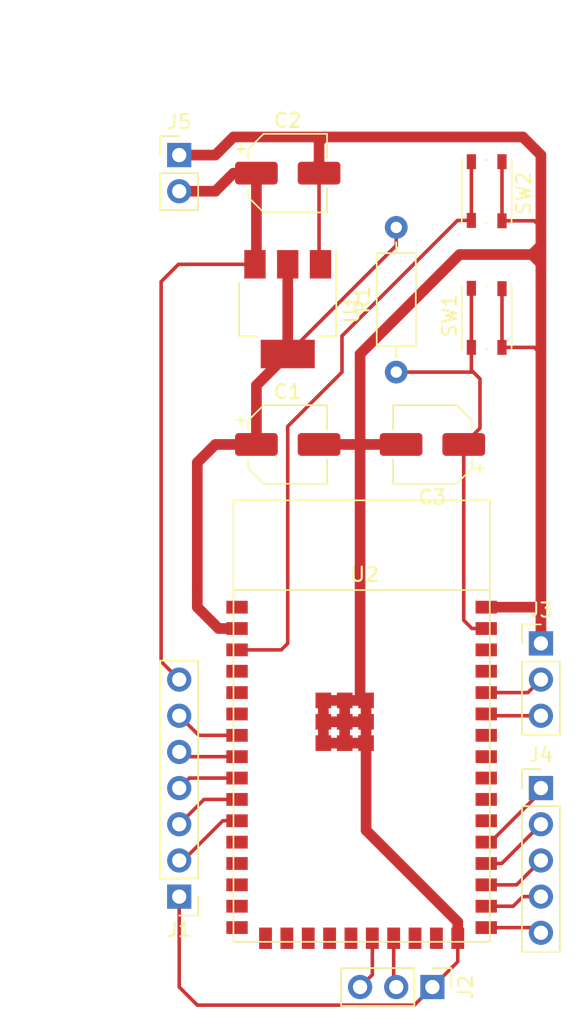
<source format=kicad_pcb>
(kicad_pcb (version 20171130) (host pcbnew "(5.1.12)-1")

  (general
    (thickness 1.6)
    (drawings 6)
    (tracks 130)
    (zones 0)
    (modules 13)
    (nets 43)
  )

  (page A4)
  (layers
    (0 F.Cu signal)
    (31 B.Cu signal)
    (32 B.Adhes user)
    (33 F.Adhes user)
    (34 B.Paste user)
    (35 F.Paste user)
    (36 B.SilkS user)
    (37 F.SilkS user)
    (38 B.Mask user)
    (39 F.Mask user)
    (40 Dwgs.User user)
    (41 Cmts.User user)
    (42 Eco1.User user)
    (43 Eco2.User user)
    (44 Edge.Cuts user)
    (45 Margin user)
    (46 B.CrtYd user)
    (47 F.CrtYd user)
    (48 B.Fab user)
    (49 F.Fab user)
  )

  (setup
    (last_trace_width 0.25)
    (trace_clearance 0.2)
    (zone_clearance 0.508)
    (zone_45_only no)
    (trace_min 0.2)
    (via_size 0.8)
    (via_drill 0.4)
    (via_min_size 0.4)
    (via_min_drill 0.3)
    (uvia_size 0.3)
    (uvia_drill 0.1)
    (uvias_allowed no)
    (uvia_min_size 0.2)
    (uvia_min_drill 0.1)
    (edge_width 0.05)
    (segment_width 0.2)
    (pcb_text_width 0.3)
    (pcb_text_size 1.5 1.5)
    (mod_edge_width 0.12)
    (mod_text_size 1 1)
    (mod_text_width 0.15)
    (pad_size 1.524 1.524)
    (pad_drill 0.762)
    (pad_to_mask_clearance 0)
    (aux_axis_origin 0 0)
    (visible_elements 7FFFFFFF)
    (pcbplotparams
      (layerselection 0x010fc_ffffffff)
      (usegerberextensions false)
      (usegerberattributes true)
      (usegerberadvancedattributes true)
      (creategerberjobfile true)
      (excludeedgelayer true)
      (linewidth 0.100000)
      (plotframeref false)
      (viasonmask false)
      (mode 1)
      (useauxorigin false)
      (hpglpennumber 1)
      (hpglpenspeed 20)
      (hpglpendiameter 15.000000)
      (psnegative false)
      (psa4output false)
      (plotreference true)
      (plotvalue true)
      (plotinvisibletext false)
      (padsonsilk false)
      (subtractmaskfromsilk false)
      (outputformat 1)
      (mirror false)
      (drillshape 1)
      (scaleselection 1)
      (outputdirectory ""))
  )

  (net 0 "")
  (net 1 GND)
  (net 2 +5V)
  (net 3 "Net-(U2-Pad1)")
  (net 4 "Net-(U2-Pad4)")
  (net 5 "Net-(U2-Pad6)")
  (net 6 "Net-(U2-Pad5)")
  (net 7 "Net-(U2-Pad12)")
  (net 8 "Net-(U2-Pad14)")
  (net 9 "Net-(U2-Pad13)")
  (net 10 "Net-(U2-Pad16)")
  (net 11 "Net-(U2-Pad15)")
  (net 12 "Net-(U2-Pad17)")
  (net 13 "Net-(U2-Pad18)")
  (net 14 "Net-(U2-Pad20)")
  (net 15 "Net-(U2-Pad19)")
  (net 16 "Net-(U2-Pad21)")
  (net 17 "Net-(U2-Pad24)")
  (net 18 "Net-(U2-Pad25)")
  (net 19 "Net-(U2-Pad40)")
  (net 20 "Net-(U2-Pad39)")
  (net 21 "Net-(U2-Pad35)")
  (net 22 "Net-(U2-Pad33)")
  (net 23 "Net-(U2-Pad36)")
  (net 24 "Net-(U2-Pad32)")
  (net 25 "Net-(U2-Pad34)")
  (net 26 +3V3)
  (net 27 "Net-(C3-Pad1)")
  (net 28 "Net-(SW2-Pad2)")
  (net 29 "Net-(J1-Pad6)")
  (net 30 "Net-(J1-Pad5)")
  (net 31 "Net-(J1-Pad4)")
  (net 32 "Net-(J1-Pad3)")
  (net 33 "Net-(J1-Pad2)")
  (net 34 "Net-(J2-Pad3)")
  (net 35 "Net-(J2-Pad2)")
  (net 36 "Net-(J3-Pad3)")
  (net 37 "Net-(J3-Pad2)")
  (net 38 "Net-(J4-Pad4)")
  (net 39 "Net-(J4-Pad3)")
  (net 40 "Net-(J4-Pad2)")
  (net 41 "Net-(J4-Pad1)")
  (net 42 "Net-(J4-Pad5)")

  (net_class Default "This is the default net class."
    (clearance 0.2)
    (trace_width 0.25)
    (via_dia 0.8)
    (via_drill 0.4)
    (uvia_dia 0.3)
    (uvia_drill 0.1)
    (add_net +3V3)
    (add_net +5V)
    (add_net GND)
    (add_net "Net-(C3-Pad1)")
    (add_net "Net-(J1-Pad2)")
    (add_net "Net-(J1-Pad3)")
    (add_net "Net-(J1-Pad4)")
    (add_net "Net-(J1-Pad5)")
    (add_net "Net-(J1-Pad6)")
    (add_net "Net-(J2-Pad2)")
    (add_net "Net-(J2-Pad3)")
    (add_net "Net-(J3-Pad2)")
    (add_net "Net-(J3-Pad3)")
    (add_net "Net-(J4-Pad1)")
    (add_net "Net-(J4-Pad2)")
    (add_net "Net-(J4-Pad3)")
    (add_net "Net-(J4-Pad4)")
    (add_net "Net-(J4-Pad5)")
    (add_net "Net-(SW2-Pad2)")
    (add_net "Net-(U2-Pad1)")
    (add_net "Net-(U2-Pad12)")
    (add_net "Net-(U2-Pad13)")
    (add_net "Net-(U2-Pad14)")
    (add_net "Net-(U2-Pad15)")
    (add_net "Net-(U2-Pad16)")
    (add_net "Net-(U2-Pad17)")
    (add_net "Net-(U2-Pad18)")
    (add_net "Net-(U2-Pad19)")
    (add_net "Net-(U2-Pad20)")
    (add_net "Net-(U2-Pad21)")
    (add_net "Net-(U2-Pad24)")
    (add_net "Net-(U2-Pad25)")
    (add_net "Net-(U2-Pad32)")
    (add_net "Net-(U2-Pad33)")
    (add_net "Net-(U2-Pad34)")
    (add_net "Net-(U2-Pad35)")
    (add_net "Net-(U2-Pad36)")
    (add_net "Net-(U2-Pad39)")
    (add_net "Net-(U2-Pad4)")
    (add_net "Net-(U2-Pad40)")
    (add_net "Net-(U2-Pad5)")
    (add_net "Net-(U2-Pad6)")
  )

  (module Button_Switch_SMD:SW_Push_1P1T_NO_Vertical_Wuerth_434133025816 (layer F.Cu) (tedit 5DB98283) (tstamp 61C7581A)
    (at 121.92 80.01 270)
    (descr https://katalog.we-online.com/em/datasheet/434133025816.pdf)
    (tags "tactile switch Wurth Wuerth")
    (path /61C7E709)
    (attr smd)
    (fp_text reference SW2 (at 0.15 -2.6 90) (layer F.SilkS)
      (effects (font (size 1 1) (thickness 0.15)))
    )
    (fp_text value Boot (at 0 2.55 90) (layer F.Fab)
      (effects (font (size 1 1) (thickness 0.15)))
    )
    (fp_arc (start 0.1 0) (end 0.799999 1.099999) (angle -115.0576154) (layer F.Fab) (width 0.1))
    (fp_arc (start -0.100001 0) (end -0.9 -1.099999) (angle -107.9452532) (layer F.Fab) (width 0.1))
    (fp_text user %R (at 0.05 0 90) (layer F.Fab)
      (effects (font (size 1 1) (thickness 0.15)))
    )
    (fp_line (start -2.1 -1.6) (end 2.1 -1.6) (layer F.Fab) (width 0.1))
    (fp_line (start 2.1 -1.6) (end 2.1 1.6) (layer F.Fab) (width 0.1))
    (fp_line (start 2.1 1.6) (end -2.1 1.6) (layer F.Fab) (width 0.1))
    (fp_line (start -2.1 1.6) (end -2.1 -1.6) (layer F.Fab) (width 0.1))
    (fp_line (start 2.2 0.05) (end 2.2 -0.05) (layer F.SilkS) (width 0.12))
    (fp_line (start -2.85 -1.85) (end 2.85 -1.85) (layer F.CrtYd) (width 0.05))
    (fp_line (start 2.85 -1.85) (end 2.85 1.85) (layer F.CrtYd) (width 0.05))
    (fp_line (start 2.85 1.85) (end -2.85 1.85) (layer F.CrtYd) (width 0.05))
    (fp_line (start -2.85 1.85) (end -2.85 -1.85) (layer F.CrtYd) (width 0.05))
    (fp_line (start -2.2 1.75) (end 2.2 1.75) (layer F.SilkS) (width 0.12))
    (fp_line (start 2.2 -1.75) (end -2.2 -1.75) (layer F.SilkS) (width 0.12))
    (fp_line (start -2.2 0.05) (end -2.2 -0.05) (layer F.SilkS) (width 0.12))
    (fp_line (start -0.9 -1.1) (end 0.8 -1.1) (layer F.Fab) (width 0.1))
    (fp_line (start 0.8 1.1) (end -0.9 1.1) (layer F.Fab) (width 0.1))
    (fp_line (start -2.1 -1.1) (end -1.6 -1.6) (layer F.Fab) (width 0.1))
    (fp_line (start 1.6 -1.6) (end 2.1 -1.1) (layer F.Fab) (width 0.1))
    (fp_line (start -2.1 1.1) (end -1.6 1.6) (layer F.Fab) (width 0.1))
    (fp_line (start 1.6 1.6) (end 2.1 1.1) (layer F.Fab) (width 0.1))
    (pad 2 smd rect (at 2.05 1.075 270) (size 1.05 0.65) (layers F.Cu F.Paste F.Mask)
      (net 28 "Net-(SW2-Pad2)"))
    (pad 1 smd rect (at 2.075 -1.075 270) (size 1.05 0.65) (layers F.Cu F.Paste F.Mask)
      (net 1 GND))
    (pad 2 smd rect (at -2.075 1.075 270) (size 1.05 0.65) (layers F.Cu F.Paste F.Mask)
      (net 28 "Net-(SW2-Pad2)"))
    (pad 1 smd rect (at -2.075 -1.075 270) (size 1.05 0.65) (layers F.Cu F.Paste F.Mask)
      (net 1 GND))
    (model ${KISYS3DMOD}/Button_Switch_SMD.3dshapes/SW_Push_1P1T_NO_Vertical_Wuerth_434133025816.wrl
      (at (xyz 0 0 0))
      (scale (xyz 1 1 1))
      (rotate (xyz 0 0 0))
    )
  )

  (module Button_Switch_SMD:SW_Push_1P1T_NO_Vertical_Wuerth_434133025816 (layer F.Cu) (tedit 5DB98283) (tstamp 61C757FD)
    (at 121.92 88.9 90)
    (descr https://katalog.we-online.com/em/datasheet/434133025816.pdf)
    (tags "tactile switch Wurth Wuerth")
    (path /61C6D49C)
    (attr smd)
    (fp_text reference SW1 (at 0.15 -2.6 90) (layer F.SilkS)
      (effects (font (size 1 1) (thickness 0.15)))
    )
    (fp_text value Reset (at 0 2.55 90) (layer F.Fab)
      (effects (font (size 1 1) (thickness 0.15)))
    )
    (fp_arc (start 0.1 0) (end 0.799999 1.099999) (angle -115.0576154) (layer F.Fab) (width 0.1))
    (fp_arc (start -0.100001 0) (end -0.9 -1.099999) (angle -107.9452532) (layer F.Fab) (width 0.1))
    (fp_text user %R (at 0.05 0 90) (layer F.Fab)
      (effects (font (size 1 1) (thickness 0.15)))
    )
    (fp_line (start -2.1 -1.6) (end 2.1 -1.6) (layer F.Fab) (width 0.1))
    (fp_line (start 2.1 -1.6) (end 2.1 1.6) (layer F.Fab) (width 0.1))
    (fp_line (start 2.1 1.6) (end -2.1 1.6) (layer F.Fab) (width 0.1))
    (fp_line (start -2.1 1.6) (end -2.1 -1.6) (layer F.Fab) (width 0.1))
    (fp_line (start 2.2 0.05) (end 2.2 -0.05) (layer F.SilkS) (width 0.12))
    (fp_line (start -2.85 -1.85) (end 2.85 -1.85) (layer F.CrtYd) (width 0.05))
    (fp_line (start 2.85 -1.85) (end 2.85 1.85) (layer F.CrtYd) (width 0.05))
    (fp_line (start 2.85 1.85) (end -2.85 1.85) (layer F.CrtYd) (width 0.05))
    (fp_line (start -2.85 1.85) (end -2.85 -1.85) (layer F.CrtYd) (width 0.05))
    (fp_line (start -2.2 1.75) (end 2.2 1.75) (layer F.SilkS) (width 0.12))
    (fp_line (start 2.2 -1.75) (end -2.2 -1.75) (layer F.SilkS) (width 0.12))
    (fp_line (start -2.2 0.05) (end -2.2 -0.05) (layer F.SilkS) (width 0.12))
    (fp_line (start -0.9 -1.1) (end 0.8 -1.1) (layer F.Fab) (width 0.1))
    (fp_line (start 0.8 1.1) (end -0.9 1.1) (layer F.Fab) (width 0.1))
    (fp_line (start -2.1 -1.1) (end -1.6 -1.6) (layer F.Fab) (width 0.1))
    (fp_line (start 1.6 -1.6) (end 2.1 -1.1) (layer F.Fab) (width 0.1))
    (fp_line (start -2.1 1.1) (end -1.6 1.6) (layer F.Fab) (width 0.1))
    (fp_line (start 1.6 1.6) (end 2.1 1.1) (layer F.Fab) (width 0.1))
    (pad 2 smd rect (at 2.05 1.075 90) (size 1.05 0.65) (layers F.Cu F.Paste F.Mask)
      (net 1 GND))
    (pad 1 smd rect (at 2.075 -1.075 90) (size 1.05 0.65) (layers F.Cu F.Paste F.Mask)
      (net 27 "Net-(C3-Pad1)"))
    (pad 2 smd rect (at -2.075 1.075 90) (size 1.05 0.65) (layers F.Cu F.Paste F.Mask)
      (net 1 GND))
    (pad 1 smd rect (at -2.075 -1.075 90) (size 1.05 0.65) (layers F.Cu F.Paste F.Mask)
      (net 27 "Net-(C3-Pad1)"))
    (model ${KISYS3DMOD}/Button_Switch_SMD.3dshapes/SW_Push_1P1T_NO_Vertical_Wuerth_434133025816.wrl
      (at (xyz 0 0 0))
      (scale (xyz 1 1 1))
      (rotate (xyz 0 0 0))
    )
  )

  (module Connector_PinHeader_2.54mm:PinHeader_1x02_P2.54mm_Vertical (layer F.Cu) (tedit 59FED5CC) (tstamp 61C68D1C)
    (at 100.33 77.47)
    (descr "Through hole straight pin header, 1x02, 2.54mm pitch, single row")
    (tags "Through hole pin header THT 1x02 2.54mm single row")
    (path /61CDEF8B)
    (fp_text reference J5 (at 0 -2.33) (layer F.SilkS)
      (effects (font (size 1 1) (thickness 0.15)))
    )
    (fp_text value Conn_01x02 (at 0 4.87) (layer F.Fab)
      (effects (font (size 1 1) (thickness 0.15)))
    )
    (fp_line (start 1.8 -1.8) (end -1.8 -1.8) (layer F.CrtYd) (width 0.05))
    (fp_line (start 1.8 4.35) (end 1.8 -1.8) (layer F.CrtYd) (width 0.05))
    (fp_line (start -1.8 4.35) (end 1.8 4.35) (layer F.CrtYd) (width 0.05))
    (fp_line (start -1.8 -1.8) (end -1.8 4.35) (layer F.CrtYd) (width 0.05))
    (fp_line (start -1.33 -1.33) (end 0 -1.33) (layer F.SilkS) (width 0.12))
    (fp_line (start -1.33 0) (end -1.33 -1.33) (layer F.SilkS) (width 0.12))
    (fp_line (start -1.33 1.27) (end 1.33 1.27) (layer F.SilkS) (width 0.12))
    (fp_line (start 1.33 1.27) (end 1.33 3.87) (layer F.SilkS) (width 0.12))
    (fp_line (start -1.33 1.27) (end -1.33 3.87) (layer F.SilkS) (width 0.12))
    (fp_line (start -1.33 3.87) (end 1.33 3.87) (layer F.SilkS) (width 0.12))
    (fp_line (start -1.27 -0.635) (end -0.635 -1.27) (layer F.Fab) (width 0.1))
    (fp_line (start -1.27 3.81) (end -1.27 -0.635) (layer F.Fab) (width 0.1))
    (fp_line (start 1.27 3.81) (end -1.27 3.81) (layer F.Fab) (width 0.1))
    (fp_line (start 1.27 -1.27) (end 1.27 3.81) (layer F.Fab) (width 0.1))
    (fp_line (start -0.635 -1.27) (end 1.27 -1.27) (layer F.Fab) (width 0.1))
    (fp_text user %R (at 0 1.27 90) (layer F.Fab)
      (effects (font (size 1 1) (thickness 0.15)))
    )
    (pad 2 thru_hole oval (at 0 2.54) (size 1.7 1.7) (drill 1) (layers *.Cu *.Mask)
      (net 2 +5V))
    (pad 1 thru_hole rect (at 0 0) (size 1.7 1.7) (drill 1) (layers *.Cu *.Mask)
      (net 1 GND))
    (model ${KISYS3DMOD}/Connector_PinHeader_2.54mm.3dshapes/PinHeader_1x02_P2.54mm_Vertical.wrl
      (at (xyz 0 0 0))
      (scale (xyz 1 1 1))
      (rotate (xyz 0 0 0))
    )
  )

  (module Package_TO_SOT_SMD:SOT-223-3_TabPin2 (layer F.Cu) (tedit 5A02FF57) (tstamp 61C5B18A)
    (at 107.95 88.29 270)
    (descr "module CMS SOT223 4 pins")
    (tags "CMS SOT")
    (path /61C5D94E)
    (attr smd)
    (fp_text reference U1 (at 0 -4.5 90) (layer F.SilkS)
      (effects (font (size 1 1) (thickness 0.15)))
    )
    (fp_text value AMS1117-3.3 (at 0 4.5 90) (layer F.Fab)
      (effects (font (size 1 1) (thickness 0.15)))
    )
    (fp_line (start 1.91 3.41) (end 1.91 2.15) (layer F.SilkS) (width 0.12))
    (fp_line (start 1.91 -3.41) (end 1.91 -2.15) (layer F.SilkS) (width 0.12))
    (fp_line (start 4.4 -3.6) (end -4.4 -3.6) (layer F.CrtYd) (width 0.05))
    (fp_line (start 4.4 3.6) (end 4.4 -3.6) (layer F.CrtYd) (width 0.05))
    (fp_line (start -4.4 3.6) (end 4.4 3.6) (layer F.CrtYd) (width 0.05))
    (fp_line (start -4.4 -3.6) (end -4.4 3.6) (layer F.CrtYd) (width 0.05))
    (fp_line (start -1.85 -2.35) (end -0.85 -3.35) (layer F.Fab) (width 0.1))
    (fp_line (start -1.85 -2.35) (end -1.85 3.35) (layer F.Fab) (width 0.1))
    (fp_line (start -1.85 3.41) (end 1.91 3.41) (layer F.SilkS) (width 0.12))
    (fp_line (start -0.85 -3.35) (end 1.85 -3.35) (layer F.Fab) (width 0.1))
    (fp_line (start -4.1 -3.41) (end 1.91 -3.41) (layer F.SilkS) (width 0.12))
    (fp_line (start -1.85 3.35) (end 1.85 3.35) (layer F.Fab) (width 0.1))
    (fp_line (start 1.85 -3.35) (end 1.85 3.35) (layer F.Fab) (width 0.1))
    (fp_text user %R (at 0 0) (layer F.Fab)
      (effects (font (size 0.8 0.8) (thickness 0.12)))
    )
    (pad 1 smd rect (at -3.15 -2.3 270) (size 2 1.5) (layers F.Cu F.Paste F.Mask)
      (net 1 GND))
    (pad 3 smd rect (at -3.15 2.3 270) (size 2 1.5) (layers F.Cu F.Paste F.Mask)
      (net 2 +5V))
    (pad 2 smd rect (at -3.15 0 270) (size 2 1.5) (layers F.Cu F.Paste F.Mask)
      (net 26 +3V3))
    (pad 2 smd rect (at 3.15 0 270) (size 2 3.8) (layers F.Cu F.Paste F.Mask)
      (net 26 +3V3))
    (model ${KISYS3DMOD}/Package_TO_SOT_SMD.3dshapes/SOT-223.wrl
      (at (xyz 0 0 0))
      (scale (xyz 1 1 1))
      (rotate (xyz 0 0 0))
    )
  )

  (module Connector_PinHeader_2.54mm:PinHeader_1x05_P2.54mm_Vertical (layer F.Cu) (tedit 59FED5CC) (tstamp 61C679FE)
    (at 125.73 121.92)
    (descr "Through hole straight pin header, 1x05, 2.54mm pitch, single row")
    (tags "Through hole pin header THT 1x05 2.54mm single row")
    (path /61CC3E65)
    (fp_text reference J4 (at 0 -2.33) (layer F.SilkS)
      (effects (font (size 1 1) (thickness 0.15)))
    )
    (fp_text value OUT (at 0 12.49) (layer F.Fab)
      (effects (font (size 1 1) (thickness 0.15)))
    )
    (fp_line (start 1.8 -1.8) (end -1.8 -1.8) (layer F.CrtYd) (width 0.05))
    (fp_line (start 1.8 11.95) (end 1.8 -1.8) (layer F.CrtYd) (width 0.05))
    (fp_line (start -1.8 11.95) (end 1.8 11.95) (layer F.CrtYd) (width 0.05))
    (fp_line (start -1.8 -1.8) (end -1.8 11.95) (layer F.CrtYd) (width 0.05))
    (fp_line (start -1.33 -1.33) (end 0 -1.33) (layer F.SilkS) (width 0.12))
    (fp_line (start -1.33 0) (end -1.33 -1.33) (layer F.SilkS) (width 0.12))
    (fp_line (start -1.33 1.27) (end 1.33 1.27) (layer F.SilkS) (width 0.12))
    (fp_line (start 1.33 1.27) (end 1.33 11.49) (layer F.SilkS) (width 0.12))
    (fp_line (start -1.33 1.27) (end -1.33 11.49) (layer F.SilkS) (width 0.12))
    (fp_line (start -1.33 11.49) (end 1.33 11.49) (layer F.SilkS) (width 0.12))
    (fp_line (start -1.27 -0.635) (end -0.635 -1.27) (layer F.Fab) (width 0.1))
    (fp_line (start -1.27 11.43) (end -1.27 -0.635) (layer F.Fab) (width 0.1))
    (fp_line (start 1.27 11.43) (end -1.27 11.43) (layer F.Fab) (width 0.1))
    (fp_line (start 1.27 -1.27) (end 1.27 11.43) (layer F.Fab) (width 0.1))
    (fp_line (start -0.635 -1.27) (end 1.27 -1.27) (layer F.Fab) (width 0.1))
    (fp_text user %R (at 0 5.08 90) (layer F.Fab)
      (effects (font (size 1 1) (thickness 0.15)))
    )
    (pad 5 thru_hole oval (at 0 10.16) (size 1.7 1.7) (drill 1) (layers *.Cu *.Mask)
      (net 42 "Net-(J4-Pad5)"))
    (pad 4 thru_hole oval (at 0 7.62) (size 1.7 1.7) (drill 1) (layers *.Cu *.Mask)
      (net 38 "Net-(J4-Pad4)"))
    (pad 3 thru_hole oval (at 0 5.08) (size 1.7 1.7) (drill 1) (layers *.Cu *.Mask)
      (net 39 "Net-(J4-Pad3)"))
    (pad 2 thru_hole oval (at 0 2.54) (size 1.7 1.7) (drill 1) (layers *.Cu *.Mask)
      (net 40 "Net-(J4-Pad2)"))
    (pad 1 thru_hole rect (at 0 0) (size 1.7 1.7) (drill 1) (layers *.Cu *.Mask)
      (net 41 "Net-(J4-Pad1)"))
    (model ${KISYS3DMOD}/Connector_PinHeader_2.54mm.3dshapes/PinHeader_1x05_P2.54mm_Vertical.wrl
      (at (xyz 0 0 0))
      (scale (xyz 1 1 1))
      (rotate (xyz 0 0 0))
    )
  )

  (module Connector_PinHeader_2.54mm:PinHeader_1x03_P2.54mm_Vertical (layer F.Cu) (tedit 59FED5CC) (tstamp 61C65898)
    (at 125.73 111.76)
    (descr "Through hole straight pin header, 1x03, 2.54mm pitch, single row")
    (tags "Through hole pin header THT 1x03 2.54mm single row")
    (path /61C9DE1C)
    (fp_text reference J3 (at 0 -2.33) (layer F.SilkS)
      (effects (font (size 1 1) (thickness 0.15)))
    )
    (fp_text value UART (at 0 7.41) (layer F.Fab)
      (effects (font (size 1 1) (thickness 0.15)))
    )
    (fp_line (start 1.8 -1.8) (end -1.8 -1.8) (layer F.CrtYd) (width 0.05))
    (fp_line (start 1.8 6.85) (end 1.8 -1.8) (layer F.CrtYd) (width 0.05))
    (fp_line (start -1.8 6.85) (end 1.8 6.85) (layer F.CrtYd) (width 0.05))
    (fp_line (start -1.8 -1.8) (end -1.8 6.85) (layer F.CrtYd) (width 0.05))
    (fp_line (start -1.33 -1.33) (end 0 -1.33) (layer F.SilkS) (width 0.12))
    (fp_line (start -1.33 0) (end -1.33 -1.33) (layer F.SilkS) (width 0.12))
    (fp_line (start -1.33 1.27) (end 1.33 1.27) (layer F.SilkS) (width 0.12))
    (fp_line (start 1.33 1.27) (end 1.33 6.41) (layer F.SilkS) (width 0.12))
    (fp_line (start -1.33 1.27) (end -1.33 6.41) (layer F.SilkS) (width 0.12))
    (fp_line (start -1.33 6.41) (end 1.33 6.41) (layer F.SilkS) (width 0.12))
    (fp_line (start -1.27 -0.635) (end -0.635 -1.27) (layer F.Fab) (width 0.1))
    (fp_line (start -1.27 6.35) (end -1.27 -0.635) (layer F.Fab) (width 0.1))
    (fp_line (start 1.27 6.35) (end -1.27 6.35) (layer F.Fab) (width 0.1))
    (fp_line (start 1.27 -1.27) (end 1.27 6.35) (layer F.Fab) (width 0.1))
    (fp_line (start -0.635 -1.27) (end 1.27 -1.27) (layer F.Fab) (width 0.1))
    (fp_text user %R (at 0 2.54 90) (layer F.Fab)
      (effects (font (size 1 1) (thickness 0.15)))
    )
    (pad 3 thru_hole oval (at 0 5.08) (size 1.7 1.7) (drill 1) (layers *.Cu *.Mask)
      (net 36 "Net-(J3-Pad3)"))
    (pad 2 thru_hole oval (at 0 2.54) (size 1.7 1.7) (drill 1) (layers *.Cu *.Mask)
      (net 37 "Net-(J3-Pad2)"))
    (pad 1 thru_hole rect (at 0 0) (size 1.7 1.7) (drill 1) (layers *.Cu *.Mask)
      (net 1 GND))
    (model ${KISYS3DMOD}/Connector_PinHeader_2.54mm.3dshapes/PinHeader_1x03_P2.54mm_Vertical.wrl
      (at (xyz 0 0 0))
      (scale (xyz 1 1 1))
      (rotate (xyz 0 0 0))
    )
  )

  (module Connector_PinHeader_2.54mm:PinHeader_1x03_P2.54mm_Vertical (layer F.Cu) (tedit 59FED5CC) (tstamp 61C65881)
    (at 118.11 135.89 270)
    (descr "Through hole straight pin header, 1x03, 2.54mm pitch, single row")
    (tags "Through hole pin header THT 1x03 2.54mm single row")
    (path /61CBCCFD)
    (fp_text reference J2 (at 0 -2.33 90) (layer F.SilkS)
      (effects (font (size 1 1) (thickness 0.15)))
    )
    (fp_text value USB (at 0 7.41 90) (layer F.Fab)
      (effects (font (size 1 1) (thickness 0.15)))
    )
    (fp_line (start 1.8 -1.8) (end -1.8 -1.8) (layer F.CrtYd) (width 0.05))
    (fp_line (start 1.8 6.85) (end 1.8 -1.8) (layer F.CrtYd) (width 0.05))
    (fp_line (start -1.8 6.85) (end 1.8 6.85) (layer F.CrtYd) (width 0.05))
    (fp_line (start -1.8 -1.8) (end -1.8 6.85) (layer F.CrtYd) (width 0.05))
    (fp_line (start -1.33 -1.33) (end 0 -1.33) (layer F.SilkS) (width 0.12))
    (fp_line (start -1.33 0) (end -1.33 -1.33) (layer F.SilkS) (width 0.12))
    (fp_line (start -1.33 1.27) (end 1.33 1.27) (layer F.SilkS) (width 0.12))
    (fp_line (start 1.33 1.27) (end 1.33 6.41) (layer F.SilkS) (width 0.12))
    (fp_line (start -1.33 1.27) (end -1.33 6.41) (layer F.SilkS) (width 0.12))
    (fp_line (start -1.33 6.41) (end 1.33 6.41) (layer F.SilkS) (width 0.12))
    (fp_line (start -1.27 -0.635) (end -0.635 -1.27) (layer F.Fab) (width 0.1))
    (fp_line (start -1.27 6.35) (end -1.27 -0.635) (layer F.Fab) (width 0.1))
    (fp_line (start 1.27 6.35) (end -1.27 6.35) (layer F.Fab) (width 0.1))
    (fp_line (start 1.27 -1.27) (end 1.27 6.35) (layer F.Fab) (width 0.1))
    (fp_line (start -0.635 -1.27) (end 1.27 -1.27) (layer F.Fab) (width 0.1))
    (fp_text user %R (at 0 2.54) (layer F.Fab)
      (effects (font (size 1 1) (thickness 0.15)))
    )
    (pad 3 thru_hole oval (at 0 5.08 270) (size 1.7 1.7) (drill 1) (layers *.Cu *.Mask)
      (net 34 "Net-(J2-Pad3)"))
    (pad 2 thru_hole oval (at 0 2.54 270) (size 1.7 1.7) (drill 1) (layers *.Cu *.Mask)
      (net 35 "Net-(J2-Pad2)"))
    (pad 1 thru_hole rect (at 0 0 270) (size 1.7 1.7) (drill 1) (layers *.Cu *.Mask)
      (net 1 GND))
    (model ${KISYS3DMOD}/Connector_PinHeader_2.54mm.3dshapes/PinHeader_1x03_P2.54mm_Vertical.wrl
      (at (xyz 0 0 0))
      (scale (xyz 1 1 1))
      (rotate (xyz 0 0 0))
    )
  )

  (module Connector_PinHeader_2.54mm:PinHeader_1x07_P2.54mm_Vertical (layer F.Cu) (tedit 59FED5CC) (tstamp 61C6586A)
    (at 100.33 129.54 180)
    (descr "Through hole straight pin header, 1x07, 2.54mm pitch, single row")
    (tags "Through hole pin header THT 1x07 2.54mm single row")
    (path /61CA87FE)
    (fp_text reference J1 (at 0 -2.33) (layer F.SilkS)
      (effects (font (size 1 1) (thickness 0.15)))
    )
    (fp_text value FrontPanel (at 0 17.57) (layer F.Fab)
      (effects (font (size 1 1) (thickness 0.15)))
    )
    (fp_line (start 1.8 -1.8) (end -1.8 -1.8) (layer F.CrtYd) (width 0.05))
    (fp_line (start 1.8 17.05) (end 1.8 -1.8) (layer F.CrtYd) (width 0.05))
    (fp_line (start -1.8 17.05) (end 1.8 17.05) (layer F.CrtYd) (width 0.05))
    (fp_line (start -1.8 -1.8) (end -1.8 17.05) (layer F.CrtYd) (width 0.05))
    (fp_line (start -1.33 -1.33) (end 0 -1.33) (layer F.SilkS) (width 0.12))
    (fp_line (start -1.33 0) (end -1.33 -1.33) (layer F.SilkS) (width 0.12))
    (fp_line (start -1.33 1.27) (end 1.33 1.27) (layer F.SilkS) (width 0.12))
    (fp_line (start 1.33 1.27) (end 1.33 16.57) (layer F.SilkS) (width 0.12))
    (fp_line (start -1.33 1.27) (end -1.33 16.57) (layer F.SilkS) (width 0.12))
    (fp_line (start -1.33 16.57) (end 1.33 16.57) (layer F.SilkS) (width 0.12))
    (fp_line (start -1.27 -0.635) (end -0.635 -1.27) (layer F.Fab) (width 0.1))
    (fp_line (start -1.27 16.51) (end -1.27 -0.635) (layer F.Fab) (width 0.1))
    (fp_line (start 1.27 16.51) (end -1.27 16.51) (layer F.Fab) (width 0.1))
    (fp_line (start 1.27 -1.27) (end 1.27 16.51) (layer F.Fab) (width 0.1))
    (fp_line (start -0.635 -1.27) (end 1.27 -1.27) (layer F.Fab) (width 0.1))
    (fp_text user %R (at 0 7.62 90) (layer F.Fab)
      (effects (font (size 1 1) (thickness 0.15)))
    )
    (pad 7 thru_hole oval (at 0 15.24 180) (size 1.7 1.7) (drill 1) (layers *.Cu *.Mask)
      (net 2 +5V))
    (pad 6 thru_hole oval (at 0 12.7 180) (size 1.7 1.7) (drill 1) (layers *.Cu *.Mask)
      (net 29 "Net-(J1-Pad6)"))
    (pad 5 thru_hole oval (at 0 10.16 180) (size 1.7 1.7) (drill 1) (layers *.Cu *.Mask)
      (net 30 "Net-(J1-Pad5)"))
    (pad 4 thru_hole oval (at 0 7.62 180) (size 1.7 1.7) (drill 1) (layers *.Cu *.Mask)
      (net 31 "Net-(J1-Pad4)"))
    (pad 3 thru_hole oval (at 0 5.08 180) (size 1.7 1.7) (drill 1) (layers *.Cu *.Mask)
      (net 32 "Net-(J1-Pad3)"))
    (pad 2 thru_hole oval (at 0 2.54 180) (size 1.7 1.7) (drill 1) (layers *.Cu *.Mask)
      (net 33 "Net-(J1-Pad2)"))
    (pad 1 thru_hole rect (at 0 0 180) (size 1.7 1.7) (drill 1) (layers *.Cu *.Mask)
      (net 1 GND))
    (model ${KISYS3DMOD}/Connector_PinHeader_2.54mm.3dshapes/PinHeader_1x07_P2.54mm_Vertical.wrl
      (at (xyz 0 0 0))
      (scale (xyz 1 1 1))
      (rotate (xyz 0 0 0))
    )
  )

  (module Resistor_THT:R_Axial_DIN0207_L6.3mm_D2.5mm_P10.16mm_Horizontal (layer F.Cu) (tedit 5AE5139B) (tstamp 61C64A4A)
    (at 115.57 92.71 90)
    (descr "Resistor, Axial_DIN0207 series, Axial, Horizontal, pin pitch=10.16mm, 0.25W = 1/4W, length*diameter=6.3*2.5mm^2, http://cdn-reichelt.de/documents/datenblatt/B400/1_4W%23YAG.pdf")
    (tags "Resistor Axial_DIN0207 series Axial Horizontal pin pitch 10.16mm 0.25W = 1/4W length 6.3mm diameter 2.5mm")
    (path /61C6A0EF)
    (fp_text reference R1 (at 5.08 -2.37 90) (layer F.SilkS)
      (effects (font (size 1 1) (thickness 0.15)))
    )
    (fp_text value 10K (at 5.08 2.37 90) (layer F.Fab)
      (effects (font (size 1 1) (thickness 0.15)))
    )
    (fp_line (start 11.21 -1.5) (end -1.05 -1.5) (layer F.CrtYd) (width 0.05))
    (fp_line (start 11.21 1.5) (end 11.21 -1.5) (layer F.CrtYd) (width 0.05))
    (fp_line (start -1.05 1.5) (end 11.21 1.5) (layer F.CrtYd) (width 0.05))
    (fp_line (start -1.05 -1.5) (end -1.05 1.5) (layer F.CrtYd) (width 0.05))
    (fp_line (start 9.12 0) (end 8.35 0) (layer F.SilkS) (width 0.12))
    (fp_line (start 1.04 0) (end 1.81 0) (layer F.SilkS) (width 0.12))
    (fp_line (start 8.35 -1.37) (end 1.81 -1.37) (layer F.SilkS) (width 0.12))
    (fp_line (start 8.35 1.37) (end 8.35 -1.37) (layer F.SilkS) (width 0.12))
    (fp_line (start 1.81 1.37) (end 8.35 1.37) (layer F.SilkS) (width 0.12))
    (fp_line (start 1.81 -1.37) (end 1.81 1.37) (layer F.SilkS) (width 0.12))
    (fp_line (start 10.16 0) (end 8.23 0) (layer F.Fab) (width 0.1))
    (fp_line (start 0 0) (end 1.93 0) (layer F.Fab) (width 0.1))
    (fp_line (start 8.23 -1.25) (end 1.93 -1.25) (layer F.Fab) (width 0.1))
    (fp_line (start 8.23 1.25) (end 8.23 -1.25) (layer F.Fab) (width 0.1))
    (fp_line (start 1.93 1.25) (end 8.23 1.25) (layer F.Fab) (width 0.1))
    (fp_line (start 1.93 -1.25) (end 1.93 1.25) (layer F.Fab) (width 0.1))
    (fp_text user %R (at 5.08 0 90) (layer F.Fab)
      (effects (font (size 1 1) (thickness 0.15)))
    )
    (pad 2 thru_hole oval (at 10.16 0 90) (size 1.6 1.6) (drill 0.8) (layers *.Cu *.Mask)
      (net 26 +3V3))
    (pad 1 thru_hole circle (at 0 0 90) (size 1.6 1.6) (drill 0.8) (layers *.Cu *.Mask)
      (net 27 "Net-(C3-Pad1)"))
    (model ${KISYS3DMOD}/Resistor_THT.3dshapes/R_Axial_DIN0207_L6.3mm_D2.5mm_P10.16mm_Horizontal.wrl
      (at (xyz 0 0 0))
      (scale (xyz 1 1 1))
      (rotate (xyz 0 0 0))
    )
  )

  (module Capacitor_SMD:CP_Elec_5x5.9 (layer F.Cu) (tedit 5BCA39CF) (tstamp 61C64A33)
    (at 118.11 97.79 180)
    (descr "SMD capacitor, aluminum electrolytic, Panasonic B6, 5.0x5.9mm")
    (tags "capacitor electrolytic")
    (path /61C6BD65)
    (attr smd)
    (fp_text reference C3 (at 0 -3.7) (layer F.SilkS)
      (effects (font (size 1 1) (thickness 0.15)))
    )
    (fp_text value 1uF (at 0 3.7) (layer F.Fab)
      (effects (font (size 1 1) (thickness 0.15)))
    )
    (fp_line (start -3.95 1.05) (end -2.9 1.05) (layer F.CrtYd) (width 0.05))
    (fp_line (start -3.95 -1.05) (end -3.95 1.05) (layer F.CrtYd) (width 0.05))
    (fp_line (start -2.9 -1.05) (end -3.95 -1.05) (layer F.CrtYd) (width 0.05))
    (fp_line (start -2.9 1.05) (end -2.9 1.75) (layer F.CrtYd) (width 0.05))
    (fp_line (start -2.9 -1.75) (end -2.9 -1.05) (layer F.CrtYd) (width 0.05))
    (fp_line (start -2.9 -1.75) (end -1.75 -2.9) (layer F.CrtYd) (width 0.05))
    (fp_line (start -2.9 1.75) (end -1.75 2.9) (layer F.CrtYd) (width 0.05))
    (fp_line (start -1.75 -2.9) (end 2.9 -2.9) (layer F.CrtYd) (width 0.05))
    (fp_line (start -1.75 2.9) (end 2.9 2.9) (layer F.CrtYd) (width 0.05))
    (fp_line (start 2.9 1.05) (end 2.9 2.9) (layer F.CrtYd) (width 0.05))
    (fp_line (start 3.95 1.05) (end 2.9 1.05) (layer F.CrtYd) (width 0.05))
    (fp_line (start 3.95 -1.05) (end 3.95 1.05) (layer F.CrtYd) (width 0.05))
    (fp_line (start 2.9 -1.05) (end 3.95 -1.05) (layer F.CrtYd) (width 0.05))
    (fp_line (start 2.9 -2.9) (end 2.9 -1.05) (layer F.CrtYd) (width 0.05))
    (fp_line (start -3.3125 -1.9975) (end -3.3125 -1.3725) (layer F.SilkS) (width 0.12))
    (fp_line (start -3.625 -1.685) (end -3 -1.685) (layer F.SilkS) (width 0.12))
    (fp_line (start -2.76 1.695563) (end -1.695563 2.76) (layer F.SilkS) (width 0.12))
    (fp_line (start -2.76 -1.695563) (end -1.695563 -2.76) (layer F.SilkS) (width 0.12))
    (fp_line (start -2.76 -1.695563) (end -2.76 -1.06) (layer F.SilkS) (width 0.12))
    (fp_line (start -2.76 1.695563) (end -2.76 1.06) (layer F.SilkS) (width 0.12))
    (fp_line (start -1.695563 2.76) (end 2.76 2.76) (layer F.SilkS) (width 0.12))
    (fp_line (start -1.695563 -2.76) (end 2.76 -2.76) (layer F.SilkS) (width 0.12))
    (fp_line (start 2.76 -2.76) (end 2.76 -1.06) (layer F.SilkS) (width 0.12))
    (fp_line (start 2.76 2.76) (end 2.76 1.06) (layer F.SilkS) (width 0.12))
    (fp_line (start -1.783956 -1.45) (end -1.783956 -0.95) (layer F.Fab) (width 0.1))
    (fp_line (start -2.033956 -1.2) (end -1.533956 -1.2) (layer F.Fab) (width 0.1))
    (fp_line (start -2.65 1.65) (end -1.65 2.65) (layer F.Fab) (width 0.1))
    (fp_line (start -2.65 -1.65) (end -1.65 -2.65) (layer F.Fab) (width 0.1))
    (fp_line (start -2.65 -1.65) (end -2.65 1.65) (layer F.Fab) (width 0.1))
    (fp_line (start -1.65 2.65) (end 2.65 2.65) (layer F.Fab) (width 0.1))
    (fp_line (start -1.65 -2.65) (end 2.65 -2.65) (layer F.Fab) (width 0.1))
    (fp_line (start 2.65 -2.65) (end 2.65 2.65) (layer F.Fab) (width 0.1))
    (fp_circle (center 0 0) (end 2.5 0) (layer F.Fab) (width 0.1))
    (fp_text user %R (at 0 0) (layer F.Fab)
      (effects (font (size 1 1) (thickness 0.15)))
    )
    (pad 2 smd roundrect (at 2.2 0 180) (size 3 1.6) (layers F.Cu F.Paste F.Mask) (roundrect_rratio 0.15625)
      (net 1 GND))
    (pad 1 smd roundrect (at -2.2 0 180) (size 3 1.6) (layers F.Cu F.Paste F.Mask) (roundrect_rratio 0.15625)
      (net 27 "Net-(C3-Pad1)"))
    (model ${KISYS3DMOD}/Capacitor_SMD.3dshapes/CP_Elec_5x5.9.wrl
      (at (xyz 0 0 0))
      (scale (xyz 1 1 1))
      (rotate (xyz 0 0 0))
    )
  )

  (module ESP32-S2-Breakout:ESP32-S2-WROOM (layer F.Cu) (tedit 5FF727DE) (tstamp 61C5B1C6)
    (at 104.14 101.714999)
    (path /61C57599)
    (fp_text reference U2 (at 9.2 5.2) (layer F.SilkS)
      (effects (font (size 1 1) (thickness 0.15)))
    )
    (fp_text value ESP32-S2-WROOM (at 9.2 4.2) (layer F.Fab)
      (effects (font (size 1 1) (thickness 0.15)))
    )
    (fp_line (start 0 6.3) (end 18 6.3) (layer F.SilkS) (width 0.12))
    (fp_line (start 0 31) (end 0 0) (layer F.SilkS) (width 0.12))
    (fp_line (start 18 31) (end 0 31) (layer F.SilkS) (width 0.12))
    (fp_line (start 18 0) (end 18 31) (layer F.SilkS) (width 0.12))
    (fp_line (start 0 0) (end 18 0) (layer F.SilkS) (width 0.12))
    (pad 1 smd rect (at 0.25 7.5) (size 1.5 0.9) (layers F.Cu F.Paste F.Mask)
      (net 3 "Net-(U2-Pad1)"))
    (pad 2 smd rect (at 0.25 9) (size 1.5 0.9) (layers F.Cu F.Paste F.Mask)
      (net 26 +3V3))
    (pad 4 smd rect (at 0.25 12) (size 1.5 0.9) (layers F.Cu F.Paste F.Mask)
      (net 4 "Net-(U2-Pad4)"))
    (pad 3 smd rect (at 0.25 10.5) (size 1.5 0.9) (layers F.Cu F.Paste F.Mask)
      (net 28 "Net-(SW2-Pad2)"))
    (pad 6 smd rect (at 0.25 15) (size 1.5 0.9) (layers F.Cu F.Paste F.Mask)
      (net 5 "Net-(U2-Pad6)"))
    (pad 5 smd rect (at 0.25 13.5) (size 1.5 0.9) (layers F.Cu F.Paste F.Mask)
      (net 6 "Net-(U2-Pad5)"))
    (pad 8 smd rect (at 0.25 18) (size 1.5 0.9) (layers F.Cu F.Paste F.Mask)
      (net 30 "Net-(J1-Pad5)"))
    (pad 7 smd rect (at 0.25 16.5) (size 1.5 0.9) (layers F.Cu F.Paste F.Mask)
      (net 29 "Net-(J1-Pad6)"))
    (pad 10 smd rect (at 0.25 21) (size 1.5 0.9) (layers F.Cu F.Paste F.Mask)
      (net 32 "Net-(J1-Pad3)"))
    (pad 9 smd rect (at 0.25 19.5) (size 1.5 0.9) (layers F.Cu F.Paste F.Mask)
      (net 31 "Net-(J1-Pad4)"))
    (pad 12 smd rect (at 0.25 24) (size 1.5 0.9) (layers F.Cu F.Paste F.Mask)
      (net 7 "Net-(U2-Pad12)"))
    (pad 11 smd rect (at 0.25 22.5) (size 1.5 0.9) (layers F.Cu F.Paste F.Mask)
      (net 33 "Net-(J1-Pad2)"))
    (pad 14 smd rect (at 0.25 27) (size 1.5 0.9) (layers F.Cu F.Paste F.Mask)
      (net 8 "Net-(U2-Pad14)"))
    (pad 13 smd rect (at 0.25 25.5) (size 1.5 0.9) (layers F.Cu F.Paste F.Mask)
      (net 9 "Net-(U2-Pad13)"))
    (pad 16 smd rect (at 0.25 30) (size 1.5 0.9) (layers F.Cu F.Paste F.Mask)
      (net 10 "Net-(U2-Pad16)"))
    (pad 15 smd rect (at 0.25 28.5) (size 1.5 0.9) (layers F.Cu F.Paste F.Mask)
      (net 11 "Net-(U2-Pad15)"))
    (pad 17 smd rect (at 2.25 30.75 90) (size 1.5 0.9) (layers F.Cu F.Paste F.Mask)
      (net 12 "Net-(U2-Pad17)"))
    (pad 18 smd rect (at 3.75 30.75 90) (size 1.5 0.9) (layers F.Cu F.Paste F.Mask)
      (net 13 "Net-(U2-Pad18)"))
    (pad 20 smd rect (at 6.75 30.75 90) (size 1.5 0.9) (layers F.Cu F.Paste F.Mask)
      (net 14 "Net-(U2-Pad20)"))
    (pad 19 smd rect (at 5.25 30.75 90) (size 1.5 0.9) (layers F.Cu F.Paste F.Mask)
      (net 15 "Net-(U2-Pad19)"))
    (pad 22 smd rect (at 9.75 30.75 90) (size 1.5 0.9) (layers F.Cu F.Paste F.Mask)
      (net 34 "Net-(J2-Pad3)"))
    (pad 21 smd rect (at 8.25 30.75 90) (size 1.5 0.9) (layers F.Cu F.Paste F.Mask)
      (net 16 "Net-(U2-Pad21)"))
    (pad 24 smd rect (at 12.75 30.75 90) (size 1.5 0.9) (layers F.Cu F.Paste F.Mask)
      (net 17 "Net-(U2-Pad24)"))
    (pad 23 smd rect (at 11.25 30.75 90) (size 1.5 0.9) (layers F.Cu F.Paste F.Mask)
      (net 35 "Net-(J2-Pad2)"))
    (pad 26 smd rect (at 15.75 30.75 90) (size 1.5 0.9) (layers F.Cu F.Paste F.Mask)
      (net 1 GND))
    (pad 25 smd rect (at 14.25 30.75 90) (size 1.5 0.9) (layers F.Cu F.Paste F.Mask)
      (net 18 "Net-(U2-Pad25)"))
    (pad 40 smd rect (at 17.75 10.5) (size 1.5 0.9) (layers F.Cu F.Paste F.Mask)
      (net 19 "Net-(U2-Pad40)"))
    (pad 39 smd rect (at 17.75 12) (size 1.5 0.9) (layers F.Cu F.Paste F.Mask)
      (net 20 "Net-(U2-Pad39)"))
    (pad 35 smd rect (at 17.75 18) (size 1.5 0.9) (layers F.Cu F.Paste F.Mask)
      (net 21 "Net-(U2-Pad35)"))
    (pad 33 smd rect (at 17.75 21) (size 1.5 0.9) (layers F.Cu F.Paste F.Mask)
      (net 22 "Net-(U2-Pad33)"))
    (pad 36 smd rect (at 17.75 16.5) (size 1.5 0.9) (layers F.Cu F.Paste F.Mask)
      (net 23 "Net-(U2-Pad36)"))
    (pad 38 smd rect (at 17.75 13.5) (size 1.5 0.9) (layers F.Cu F.Paste F.Mask)
      (net 37 "Net-(J3-Pad2)"))
    (pad 29 smd rect (at 17.75 27) (size 1.5 0.9) (layers F.Cu F.Paste F.Mask)
      (net 39 "Net-(J4-Pad3)"))
    (pad 37 smd rect (at 17.75 15) (size 1.5 0.9) (layers F.Cu F.Paste F.Mask)
      (net 36 "Net-(J3-Pad3)"))
    (pad 32 smd rect (at 17.75 22.5) (size 1.5 0.9) (layers F.Cu F.Paste F.Mask)
      (net 24 "Net-(U2-Pad32)"))
    (pad 28 smd rect (at 17.75 28.5) (size 1.5 0.9) (layers F.Cu F.Paste F.Mask)
      (net 38 "Net-(J4-Pad4)"))
    (pad 34 smd rect (at 17.75 19.5) (size 1.5 0.9) (layers F.Cu F.Paste F.Mask)
      (net 25 "Net-(U2-Pad34)"))
    (pad 30 smd rect (at 17.75 25.5) (size 1.5 0.9) (layers F.Cu F.Paste F.Mask)
      (net 40 "Net-(J4-Pad2)"))
    (pad 41 smd rect (at 17.75 9) (size 1.5 0.9) (layers F.Cu F.Paste F.Mask)
      (net 27 "Net-(C3-Pad1)"))
    (pad 27 smd rect (at 17.75 30) (size 1.5 0.9) (layers F.Cu F.Paste F.Mask)
      (net 42 "Net-(J4-Pad5)"))
    (pad 42 smd rect (at 17.75 7.5) (size 1.5 0.9) (layers F.Cu F.Paste F.Mask)
      (net 1 GND))
    (pad 31 smd rect (at 17.75 24) (size 1.5 0.9) (layers F.Cu F.Paste F.Mask)
      (net 41 "Net-(J4-Pad1)"))
    (pad 43 smd rect (at 7.81 15.55) (size 1.1 1.1) (layers F.Cu F.Paste F.Mask)
      (net 1 GND))
    (pad 43 smd rect (at 7.81 14.05) (size 1.1 1.1) (layers F.Cu F.Paste F.Mask)
      (net 1 GND))
    (pad 43 smd rect (at 7.81 17.05) (size 1.1 1.1) (layers F.Cu F.Paste F.Mask)
      (net 1 GND))
    (pad 43 smd rect (at 9.31 17.05) (size 1.1 1.1) (layers F.Cu F.Paste F.Mask)
      (net 1 GND))
    (pad 43 smd rect (at 9.31 15.55) (size 1.1 1.1) (layers F.Cu F.Paste F.Mask)
      (net 1 GND))
    (pad 43 smd rect (at 9.31 14.05) (size 1.1 1.1) (layers F.Cu F.Paste F.Mask)
      (net 1 GND))
    (pad 43 smd rect (at 6.31 17.05) (size 1.1 1.1) (layers F.Cu F.Paste F.Mask)
      (net 1 GND))
    (pad 43 smd rect (at 6.31 15.55) (size 1.1 1.1) (layers F.Cu F.Paste F.Mask)
      (net 1 GND))
    (pad 43 smd rect (at 6.31 14.05) (size 1.1 1.1) (layers F.Cu F.Paste F.Mask)
      (net 1 GND))
    (model ${KIPRJMOD}/3d/ESP32-S2-WROVER.STEP
      (offset (xyz 9 -15.5 0))
      (scale (xyz 1 1 1))
      (rotate (xyz 0 0 0))
    )
  )

  (module Capacitor_SMD:CP_Elec_5x5.9 (layer F.Cu) (tedit 5BCA39CF) (tstamp 61C5B174)
    (at 107.95 78.74)
    (descr "SMD capacitor, aluminum electrolytic, Panasonic B6, 5.0x5.9mm")
    (tags "capacitor electrolytic")
    (path /61C5DE3E)
    (attr smd)
    (fp_text reference C2 (at 0 -3.7) (layer F.SilkS)
      (effects (font (size 1 1) (thickness 0.15)))
    )
    (fp_text value 20uF (at 0 3.7) (layer F.Fab)
      (effects (font (size 1 1) (thickness 0.15)))
    )
    (fp_circle (center 0 0) (end 2.5 0) (layer F.Fab) (width 0.1))
    (fp_line (start 2.65 -2.65) (end 2.65 2.65) (layer F.Fab) (width 0.1))
    (fp_line (start -1.65 -2.65) (end 2.65 -2.65) (layer F.Fab) (width 0.1))
    (fp_line (start -1.65 2.65) (end 2.65 2.65) (layer F.Fab) (width 0.1))
    (fp_line (start -2.65 -1.65) (end -2.65 1.65) (layer F.Fab) (width 0.1))
    (fp_line (start -2.65 -1.65) (end -1.65 -2.65) (layer F.Fab) (width 0.1))
    (fp_line (start -2.65 1.65) (end -1.65 2.65) (layer F.Fab) (width 0.1))
    (fp_line (start -2.033956 -1.2) (end -1.533956 -1.2) (layer F.Fab) (width 0.1))
    (fp_line (start -1.783956 -1.45) (end -1.783956 -0.95) (layer F.Fab) (width 0.1))
    (fp_line (start 2.76 2.76) (end 2.76 1.06) (layer F.SilkS) (width 0.12))
    (fp_line (start 2.76 -2.76) (end 2.76 -1.06) (layer F.SilkS) (width 0.12))
    (fp_line (start -1.695563 -2.76) (end 2.76 -2.76) (layer F.SilkS) (width 0.12))
    (fp_line (start -1.695563 2.76) (end 2.76 2.76) (layer F.SilkS) (width 0.12))
    (fp_line (start -2.76 1.695563) (end -2.76 1.06) (layer F.SilkS) (width 0.12))
    (fp_line (start -2.76 -1.695563) (end -2.76 -1.06) (layer F.SilkS) (width 0.12))
    (fp_line (start -2.76 -1.695563) (end -1.695563 -2.76) (layer F.SilkS) (width 0.12))
    (fp_line (start -2.76 1.695563) (end -1.695563 2.76) (layer F.SilkS) (width 0.12))
    (fp_line (start -3.625 -1.685) (end -3 -1.685) (layer F.SilkS) (width 0.12))
    (fp_line (start -3.3125 -1.9975) (end -3.3125 -1.3725) (layer F.SilkS) (width 0.12))
    (fp_line (start 2.9 -2.9) (end 2.9 -1.05) (layer F.CrtYd) (width 0.05))
    (fp_line (start 2.9 -1.05) (end 3.95 -1.05) (layer F.CrtYd) (width 0.05))
    (fp_line (start 3.95 -1.05) (end 3.95 1.05) (layer F.CrtYd) (width 0.05))
    (fp_line (start 3.95 1.05) (end 2.9 1.05) (layer F.CrtYd) (width 0.05))
    (fp_line (start 2.9 1.05) (end 2.9 2.9) (layer F.CrtYd) (width 0.05))
    (fp_line (start -1.75 2.9) (end 2.9 2.9) (layer F.CrtYd) (width 0.05))
    (fp_line (start -1.75 -2.9) (end 2.9 -2.9) (layer F.CrtYd) (width 0.05))
    (fp_line (start -2.9 1.75) (end -1.75 2.9) (layer F.CrtYd) (width 0.05))
    (fp_line (start -2.9 -1.75) (end -1.75 -2.9) (layer F.CrtYd) (width 0.05))
    (fp_line (start -2.9 -1.75) (end -2.9 -1.05) (layer F.CrtYd) (width 0.05))
    (fp_line (start -2.9 1.05) (end -2.9 1.75) (layer F.CrtYd) (width 0.05))
    (fp_line (start -2.9 -1.05) (end -3.95 -1.05) (layer F.CrtYd) (width 0.05))
    (fp_line (start -3.95 -1.05) (end -3.95 1.05) (layer F.CrtYd) (width 0.05))
    (fp_line (start -3.95 1.05) (end -2.9 1.05) (layer F.CrtYd) (width 0.05))
    (fp_text user %R (at 0 0) (layer F.Fab)
      (effects (font (size 1 1) (thickness 0.15)))
    )
    (pad 2 smd roundrect (at 2.2 0) (size 3 1.6) (layers F.Cu F.Paste F.Mask) (roundrect_rratio 0.15625)
      (net 1 GND))
    (pad 1 smd roundrect (at -2.2 0) (size 3 1.6) (layers F.Cu F.Paste F.Mask) (roundrect_rratio 0.15625)
      (net 2 +5V))
    (model ${KISYS3DMOD}/Capacitor_SMD.3dshapes/CP_Elec_5x5.9.wrl
      (at (xyz 0 0 0))
      (scale (xyz 1 1 1))
      (rotate (xyz 0 0 0))
    )
  )

  (module Capacitor_SMD:CP_Elec_5x5.9 (layer F.Cu) (tedit 5BCA39CF) (tstamp 61C5B14C)
    (at 107.95 97.79)
    (descr "SMD capacitor, aluminum electrolytic, Panasonic B6, 5.0x5.9mm")
    (tags "capacitor electrolytic")
    (path /61C65125)
    (attr smd)
    (fp_text reference C1 (at 0 -3.7) (layer F.SilkS)
      (effects (font (size 1 1) (thickness 0.15)))
    )
    (fp_text value 10uF (at 0 3.7) (layer F.Fab)
      (effects (font (size 1 1) (thickness 0.15)))
    )
    (fp_circle (center 0 0) (end 2.5 0) (layer F.Fab) (width 0.1))
    (fp_line (start 2.65 -2.65) (end 2.65 2.65) (layer F.Fab) (width 0.1))
    (fp_line (start -1.65 -2.65) (end 2.65 -2.65) (layer F.Fab) (width 0.1))
    (fp_line (start -1.65 2.65) (end 2.65 2.65) (layer F.Fab) (width 0.1))
    (fp_line (start -2.65 -1.65) (end -2.65 1.65) (layer F.Fab) (width 0.1))
    (fp_line (start -2.65 -1.65) (end -1.65 -2.65) (layer F.Fab) (width 0.1))
    (fp_line (start -2.65 1.65) (end -1.65 2.65) (layer F.Fab) (width 0.1))
    (fp_line (start -2.033956 -1.2) (end -1.533956 -1.2) (layer F.Fab) (width 0.1))
    (fp_line (start -1.783956 -1.45) (end -1.783956 -0.95) (layer F.Fab) (width 0.1))
    (fp_line (start 2.76 2.76) (end 2.76 1.06) (layer F.SilkS) (width 0.12))
    (fp_line (start 2.76 -2.76) (end 2.76 -1.06) (layer F.SilkS) (width 0.12))
    (fp_line (start -1.695563 -2.76) (end 2.76 -2.76) (layer F.SilkS) (width 0.12))
    (fp_line (start -1.695563 2.76) (end 2.76 2.76) (layer F.SilkS) (width 0.12))
    (fp_line (start -2.76 1.695563) (end -2.76 1.06) (layer F.SilkS) (width 0.12))
    (fp_line (start -2.76 -1.695563) (end -2.76 -1.06) (layer F.SilkS) (width 0.12))
    (fp_line (start -2.76 -1.695563) (end -1.695563 -2.76) (layer F.SilkS) (width 0.12))
    (fp_line (start -2.76 1.695563) (end -1.695563 2.76) (layer F.SilkS) (width 0.12))
    (fp_line (start -3.625 -1.685) (end -3 -1.685) (layer F.SilkS) (width 0.12))
    (fp_line (start -3.3125 -1.9975) (end -3.3125 -1.3725) (layer F.SilkS) (width 0.12))
    (fp_line (start 2.9 -2.9) (end 2.9 -1.05) (layer F.CrtYd) (width 0.05))
    (fp_line (start 2.9 -1.05) (end 3.95 -1.05) (layer F.CrtYd) (width 0.05))
    (fp_line (start 3.95 -1.05) (end 3.95 1.05) (layer F.CrtYd) (width 0.05))
    (fp_line (start 3.95 1.05) (end 2.9 1.05) (layer F.CrtYd) (width 0.05))
    (fp_line (start 2.9 1.05) (end 2.9 2.9) (layer F.CrtYd) (width 0.05))
    (fp_line (start -1.75 2.9) (end 2.9 2.9) (layer F.CrtYd) (width 0.05))
    (fp_line (start -1.75 -2.9) (end 2.9 -2.9) (layer F.CrtYd) (width 0.05))
    (fp_line (start -2.9 1.75) (end -1.75 2.9) (layer F.CrtYd) (width 0.05))
    (fp_line (start -2.9 -1.75) (end -1.75 -2.9) (layer F.CrtYd) (width 0.05))
    (fp_line (start -2.9 -1.75) (end -2.9 -1.05) (layer F.CrtYd) (width 0.05))
    (fp_line (start -2.9 1.05) (end -2.9 1.75) (layer F.CrtYd) (width 0.05))
    (fp_line (start -2.9 -1.05) (end -3.95 -1.05) (layer F.CrtYd) (width 0.05))
    (fp_line (start -3.95 -1.05) (end -3.95 1.05) (layer F.CrtYd) (width 0.05))
    (fp_line (start -3.95 1.05) (end -2.9 1.05) (layer F.CrtYd) (width 0.05))
    (fp_text user %R (at 0 0) (layer F.Fab)
      (effects (font (size 1 1) (thickness 0.15)))
    )
    (pad 2 smd roundrect (at 2.2 0) (size 3 1.6) (layers F.Cu F.Paste F.Mask) (roundrect_rratio 0.15625)
      (net 1 GND))
    (pad 1 smd roundrect (at -2.2 0) (size 3 1.6) (layers F.Cu F.Paste F.Mask) (roundrect_rratio 0.15625)
      (net 26 +3V3))
    (model ${KISYS3DMOD}/Capacitor_SMD.3dshapes/CP_Elec_5x5.9.wrl
      (at (xyz 0 0 0))
      (scale (xyz 1 1 1))
      (rotate (xyz 0 0 0))
    )
  )

  (gr_line (start 128.27 138.43) (end 97.79 138.43) (layer Dwgs.User) (width 0.15) (tstamp 61C64B88))
  (gr_line (start 128.27 73.66) (end 128.27 138.43) (layer Dwgs.User) (width 0.15))
  (gr_line (start 97.79 73.66) (end 97.79 138.43) (layer Dwgs.User) (width 0.15))
  (dimension 64.77 (width 0.15) (layer Dwgs.User)
    (gr_text "64.770 mm" (at 91.41 106.045 270) (layer Dwgs.User)
      (effects (font (size 1 1) (thickness 0.15)))
    )
    (feature1 (pts (xy 97.79 138.43) (xy 92.123579 138.43)))
    (feature2 (pts (xy 97.79 73.66) (xy 92.123579 73.66)))
    (crossbar (pts (xy 92.71 73.66) (xy 92.71 138.43)))
    (arrow1a (pts (xy 92.71 138.43) (xy 92.123579 137.303496)))
    (arrow1b (pts (xy 92.71 138.43) (xy 93.296421 137.303496)))
    (arrow2a (pts (xy 92.71 73.66) (xy 92.123579 74.786504)))
    (arrow2b (pts (xy 92.71 73.66) (xy 93.296421 74.786504)))
  )
  (gr_line (start 97.79 73.66) (end 128.27 73.66) (layer Dwgs.User) (width 0.15))
  (dimension 30.48 (width 0.15) (layer Dwgs.User)
    (gr_text "30.480 mm" (at 113.03 67.28) (layer Dwgs.User)
      (effects (font (size 1 1) (thickness 0.15)))
    )
    (feature1 (pts (xy 128.27 73.66) (xy 128.27 67.993579)))
    (feature2 (pts (xy 97.79 73.66) (xy 97.79 67.993579)))
    (crossbar (pts (xy 97.79 68.58) (xy 128.27 68.58)))
    (arrow1a (pts (xy 128.27 68.58) (xy 127.143496 69.166421)))
    (arrow1b (pts (xy 128.27 68.58) (xy 127.143496 67.993579)))
    (arrow2a (pts (xy 97.79 68.58) (xy 98.916504 69.166421)))
    (arrow2b (pts (xy 97.79 68.58) (xy 98.916504 67.993579)))
  )

  (segment (start 121.89 109.214999) (end 125.724999 109.214999) (width 0.75) (layer F.Cu) (net 1))
  (segment (start 110.15 85.04) (end 110.25 85.14) (width 0.25) (layer F.Cu) (net 1))
  (segment (start 110.15 78.74) (end 110.15 85.04) (width 0.25) (layer F.Cu) (net 1))
  (segment (start 100.33 77.47) (end 102.87 77.47) (width 0.75) (layer F.Cu) (net 1))
  (segment (start 102.87 77.47) (end 104.14 76.2) (width 0.75) (layer F.Cu) (net 1))
  (segment (start 104.14 76.2) (end 109.22 76.2) (width 0.75) (layer F.Cu) (net 1))
  (segment (start 117.62 86.85) (end 113.03 91.44) (width 0.75) (layer F.Cu) (net 1))
  (segment (start 113.03 91.44) (end 113.03 97.79) (width 0.75) (layer F.Cu) (net 1))
  (segment (start 113.03 97.79) (end 110.15 97.79) (width 0.75) (layer F.Cu) (net 1))
  (segment (start 113.03 97.79) (end 115.91 97.79) (width 0.75) (layer F.Cu) (net 1))
  (segment (start 119.89 134.11) (end 118.11 135.89) (width 0.25) (layer F.Cu) (net 1))
  (segment (start 119.89 132.464999) (end 119.89 134.11) (width 0.25) (layer F.Cu) (net 1))
  (segment (start 113.03 115.344999) (end 113.45 115.764999) (width 0.25) (layer F.Cu) (net 1))
  (segment (start 113.03 97.79) (end 113.03 115.344999) (width 0.75) (layer F.Cu) (net 1))
  (segment (start 110.45 115.764999) (end 111.95 115.764999) (width 0.75) (layer F.Cu) (net 1))
  (segment (start 111.95 115.764999) (end 113.45 115.764999) (width 0.75) (layer F.Cu) (net 1))
  (segment (start 110.45 117.264999) (end 111.95 117.264999) (width 0.75) (layer F.Cu) (net 1))
  (segment (start 111.95 117.264999) (end 113.45 117.264999) (width 0.75) (layer F.Cu) (net 1))
  (segment (start 110.45 115.764999) (end 110.45 117.264999) (width 0.75) (layer F.Cu) (net 1))
  (segment (start 110.45 118.764999) (end 111.95 118.764999) (width 0.75) (layer F.Cu) (net 1))
  (segment (start 111.95 118.764999) (end 113.45 118.764999) (width 0.75) (layer F.Cu) (net 1))
  (segment (start 113.45 117.264999) (end 113.45 118.764999) (width 0.75) (layer F.Cu) (net 1))
  (segment (start 111.95 117.264999) (end 111.95 118.764999) (width 0.75) (layer F.Cu) (net 1))
  (segment (start 111.95 115.764999) (end 111.95 117.264999) (width 0.75) (layer F.Cu) (net 1))
  (segment (start 113.45 115.764999) (end 113.45 117.264999) (width 0.75) (layer F.Cu) (net 1))
  (segment (start 110.45 117.264999) (end 110.45 118.764999) (width 0.75) (layer F.Cu) (net 1))
  (segment (start 110.15 78.74) (end 110.15 76.54) (width 0.75) (layer F.Cu) (net 1))
  (segment (start 110.15 76.54) (end 110.49 76.2) (width 0.75) (layer F.Cu) (net 1))
  (segment (start 110.49 76.2) (end 109.22 76.2) (width 0.75) (layer F.Cu) (net 1))
  (segment (start 119.69 76.2) (end 110.49 76.2) (width 0.75) (layer F.Cu) (net 1))
  (segment (start 124.46 76.2) (end 125.73 77.47) (width 0.75) (layer F.Cu) (net 1))
  (segment (start 113.45 124.88) (end 113.45 118.764999) (width 0.75) (layer F.Cu) (net 1))
  (segment (start 119.89 131.32) (end 113.45 124.88) (width 0.75) (layer F.Cu) (net 1))
  (segment (start 119.89 132.464999) (end 119.89 131.32) (width 0.75) (layer F.Cu) (net 1))
  (segment (start 100.33 129.54) (end 100.33 135.89) (width 0.25) (layer F.Cu) (net 1))
  (segment (start 100.33 135.89) (end 101.6 137.16) (width 0.25) (layer F.Cu) (net 1))
  (segment (start 101.6 137.16) (end 116.84 137.16) (width 0.25) (layer F.Cu) (net 1))
  (segment (start 116.84 137.16) (end 118.11 135.89) (width 0.25) (layer F.Cu) (net 1))
  (segment (start 121.92 76.2) (end 124.46 76.2) (width 0.75) (layer F.Cu) (net 1))
  (segment (start 119.69 76.2) (end 121.92 76.2) (width 0.75) (layer F.Cu) (net 1))
  (segment (start 122.995 82.085) (end 122.995 77.935) (width 0.25) (layer F.Cu) (net 1))
  (segment (start 122.995 82.085) (end 125.265 82.085) (width 0.25) (layer F.Cu) (net 1))
  (segment (start 122.995 90.975) (end 122.995 86.85) (width 0.25) (layer F.Cu) (net 1))
  (segment (start 125.73 85.59) (end 125.73 86.36) (width 0.75) (layer F.Cu) (net 1))
  (segment (start 117.62 86.85) (end 119.38 85.09) (width 0.75) (layer F.Cu) (net 1))
  (segment (start 125.095 84.455) (end 125.73 85.09) (width 0.75) (layer F.Cu) (net 1))
  (segment (start 120.015 84.455) (end 125.095 84.455) (width 0.75) (layer F.Cu) (net 1))
  (segment (start 125.73 85.09) (end 125.73 85.59) (width 0.75) (layer F.Cu) (net 1))
  (segment (start 119.38 85.09) (end 120.015 84.455) (width 0.75) (layer F.Cu) (net 1))
  (segment (start 125.095 84.455) (end 125.73 83.82) (width 0.75) (layer F.Cu) (net 1))
  (segment (start 125.73 83.82) (end 125.73 85.09) (width 0.75) (layer F.Cu) (net 1))
  (segment (start 125.73 82.55) (end 125.73 83.82) (width 0.75) (layer F.Cu) (net 1))
  (segment (start 125.73 77.47) (end 125.73 82.55) (width 0.75) (layer F.Cu) (net 1))
  (segment (start 125.265 82.085) (end 125.73 82.55) (width 0.25) (layer F.Cu) (net 1))
  (segment (start 122.995 90.975) (end 125.265 90.975) (width 0.25) (layer F.Cu) (net 1))
  (segment (start 125.265 90.975) (end 125.73 91.44) (width 0.25) (layer F.Cu) (net 1))
  (segment (start 125.73 91.44) (end 125.73 111.76) (width 0.75) (layer F.Cu) (net 1))
  (segment (start 125.73 86.36) (end 125.73 91.44) (width 0.75) (layer F.Cu) (net 1))
  (segment (start 105.75 85.04) (end 105.65 85.14) (width 0.25) (layer F.Cu) (net 2))
  (segment (start 105.75 78.74) (end 105.75 85.04) (width 0.75) (layer F.Cu) (net 2))
  (segment (start 105.75 78.74) (end 104.14 78.74) (width 0.25) (layer F.Cu) (net 2))
  (segment (start 102.87 80.01) (end 100.33 80.01) (width 0.75) (layer F.Cu) (net 2))
  (segment (start 104.14 78.74) (end 102.87 80.01) (width 0.75) (layer F.Cu) (net 2))
  (segment (start 105.65 85.14) (end 105.36 85.14) (width 0.25) (layer F.Cu) (net 2))
  (segment (start 105.65 85.14) (end 100.28 85.14) (width 0.25) (layer F.Cu) (net 2))
  (segment (start 100.28 85.14) (end 99.06 86.36) (width 0.25) (layer F.Cu) (net 2))
  (segment (start 99.06 113.03) (end 100.33 114.3) (width 0.25) (layer F.Cu) (net 2))
  (segment (start 99.06 86.36) (end 99.06 113.03) (width 0.25) (layer F.Cu) (net 2))
  (segment (start 115.57 83.82) (end 107.95 91.44) (width 0.25) (layer F.Cu) (net 26))
  (segment (start 115.57 82.55) (end 115.57 83.82) (width 0.25) (layer F.Cu) (net 26))
  (segment (start 107.95 85.14) (end 107.95 91.44) (width 0.75) (layer F.Cu) (net 26))
  (segment (start 105.75 93.64) (end 107.95 91.44) (width 0.75) (layer F.Cu) (net 26))
  (segment (start 105.75 97.79) (end 105.75 93.64) (width 0.75) (layer F.Cu) (net 26))
  (segment (start 101.6 107.95) (end 101.6 109.22) (width 0.75) (layer F.Cu) (net 26))
  (segment (start 103.094999 110.714999) (end 104.39 110.714999) (width 0.75) (layer F.Cu) (net 26))
  (segment (start 101.6 109.22) (end 103.094999 110.714999) (width 0.75) (layer F.Cu) (net 26))
  (segment (start 104.14 97.79) (end 105.75 97.79) (width 0.75) (layer F.Cu) (net 26))
  (segment (start 104.14 97.79) (end 102.87 97.79) (width 0.75) (layer F.Cu) (net 26))
  (segment (start 101.6 99.06) (end 101.6 107.95) (width 0.75) (layer F.Cu) (net 26))
  (segment (start 102.87 97.79) (end 101.6 99.06) (width 0.75) (layer F.Cu) (net 26))
  (segment (start 120.89 110.714999) (end 121.89 110.714999) (width 0.25) (layer F.Cu) (net 27))
  (segment (start 120.31 110.134999) (end 120.89 110.714999) (width 0.25) (layer F.Cu) (net 27))
  (segment (start 120.31 97.79) (end 120.31 110.134999) (width 0.25) (layer F.Cu) (net 27))
  (segment (start 121.45 96.65) (end 120.31 97.79) (width 0.25) (layer F.Cu) (net 27))
  (segment (start 121.45 94.45) (end 121.45 96.65) (width 0.25) (layer F.Cu) (net 27))
  (segment (start 120.98 92.71) (end 121.45 93.18) (width 0.25) (layer F.Cu) (net 27))
  (segment (start 115.57 92.71) (end 120.98 92.71) (width 0.25) (layer F.Cu) (net 27))
  (segment (start 121.45 93.18) (end 121.45 94.45) (width 0.25) (layer F.Cu) (net 27))
  (segment (start 120.845 90.975) (end 120.845 86.825) (width 0.25) (layer F.Cu) (net 27))
  (segment (start 120.845 92.575) (end 120.98 92.71) (width 0.25) (layer F.Cu) (net 27))
  (segment (start 120.845 90.975) (end 120.845 92.575) (width 0.25) (layer F.Cu) (net 27))
  (segment (start 119.87 82.06) (end 120.845 82.06) (width 0.25) (layer F.Cu) (net 28))
  (segment (start 111.76 90.17) (end 119.87 82.06) (width 0.25) (layer F.Cu) (net 28))
  (segment (start 111.76 92.71) (end 111.76 90.17) (width 0.25) (layer F.Cu) (net 28))
  (segment (start 107.95 96.52) (end 111.76 92.71) (width 0.25) (layer F.Cu) (net 28))
  (segment (start 107.95 111.76) (end 107.95 96.52) (width 0.25) (layer F.Cu) (net 28))
  (segment (start 107.495001 112.214999) (end 107.95 111.76) (width 0.25) (layer F.Cu) (net 28))
  (segment (start 104.39 112.214999) (end 107.495001 112.214999) (width 0.25) (layer F.Cu) (net 28))
  (segment (start 120.845 77.935) (end 120.845 82.06) (width 0.25) (layer F.Cu) (net 28))
  (segment (start 101.704999 118.214999) (end 100.33 116.84) (width 0.25) (layer F.Cu) (net 29))
  (segment (start 104.39 118.214999) (end 101.704999 118.214999) (width 0.25) (layer F.Cu) (net 29))
  (segment (start 100.664999 119.714999) (end 100.33 119.38) (width 0.25) (layer F.Cu) (net 30))
  (segment (start 104.39 119.714999) (end 100.664999 119.714999) (width 0.25) (layer F.Cu) (net 30))
  (segment (start 101.035001 121.214999) (end 100.33 121.92) (width 0.25) (layer F.Cu) (net 31))
  (segment (start 104.39 121.214999) (end 101.035001 121.214999) (width 0.25) (layer F.Cu) (net 31))
  (segment (start 102.075001 122.714999) (end 100.33 124.46) (width 0.25) (layer F.Cu) (net 32))
  (segment (start 104.39 122.714999) (end 102.075001 122.714999) (width 0.25) (layer F.Cu) (net 32))
  (segment (start 100.604999 127) (end 100.33 127) (width 0.25) (layer F.Cu) (net 33))
  (segment (start 103.39 124.214999) (end 100.604999 127) (width 0.25) (layer F.Cu) (net 33))
  (segment (start 104.39 124.214999) (end 103.39 124.214999) (width 0.25) (layer F.Cu) (net 33))
  (segment (start 113.89 135.03) (end 113.03 135.89) (width 0.25) (layer F.Cu) (net 34))
  (segment (start 113.89 132.464999) (end 113.89 135.03) (width 0.25) (layer F.Cu) (net 34))
  (segment (start 115.39 135.71) (end 115.57 135.89) (width 0.25) (layer F.Cu) (net 35))
  (segment (start 115.39 132.464999) (end 115.39 135.71) (width 0.25) (layer F.Cu) (net 35))
  (segment (start 122.015001 116.84) (end 121.89 116.714999) (width 0.25) (layer F.Cu) (net 36))
  (segment (start 125.73 116.84) (end 122.015001 116.84) (width 0.25) (layer F.Cu) (net 36))
  (segment (start 124.815001 115.214999) (end 121.89 115.214999) (width 0.25) (layer F.Cu) (net 37))
  (segment (start 125.73 114.3) (end 124.815001 115.214999) (width 0.25) (layer F.Cu) (net 37))
  (segment (start 125.73 129.54) (end 124.46 129.54) (width 0.25) (layer F.Cu) (net 38))
  (segment (start 121.89 130.214999) (end 123.785001 130.214999) (width 0.25) (layer F.Cu) (net 38))
  (segment (start 123.785001 130.214999) (end 124.46 129.54) (width 0.25) (layer F.Cu) (net 38))
  (segment (start 124.015001 128.714999) (end 121.89 128.714999) (width 0.25) (layer F.Cu) (net 39))
  (segment (start 125.73 127) (end 124.015001 128.714999) (width 0.25) (layer F.Cu) (net 39))
  (segment (start 122.975001 127.214999) (end 121.89 127.214999) (width 0.25) (layer F.Cu) (net 40))
  (segment (start 125.73 124.46) (end 122.975001 127.214999) (width 0.25) (layer F.Cu) (net 40))
  (segment (start 122.19 125.714999) (end 121.89 125.714999) (width 0.25) (layer F.Cu) (net 41))
  (segment (start 125.73 122.174999) (end 122.19 125.714999) (width 0.25) (layer F.Cu) (net 41))
  (segment (start 125.73 121.92) (end 125.73 122.174999) (width 0.25) (layer F.Cu) (net 41))
  (segment (start 125.364999 131.714999) (end 125.73 132.08) (width 0.25) (layer F.Cu) (net 42))
  (segment (start 121.89 131.714999) (end 125.364999 131.714999) (width 0.25) (layer F.Cu) (net 42))

)

</source>
